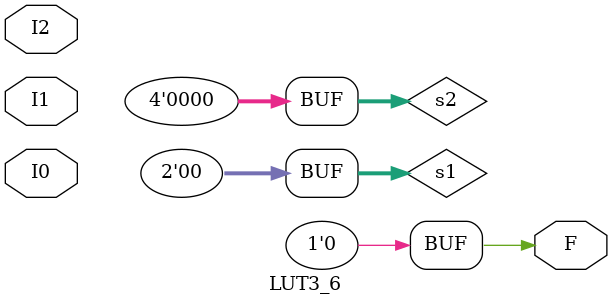
<source format=v>
module LUT3_6(output F, input I0, I1, I2);
	parameter [7:0] INIT = 0;
	wire [ 3: 0] s2 = I2 ? INIT[ 7: 4] : INIT[ 3: 0];
	wire [ 1: 0] s1 = I1 ?   s2[ 3: 2] :   s2[ 1: 0];
	assign F = I0 ? s1[1] : s1[0];
endmodule
</source>
